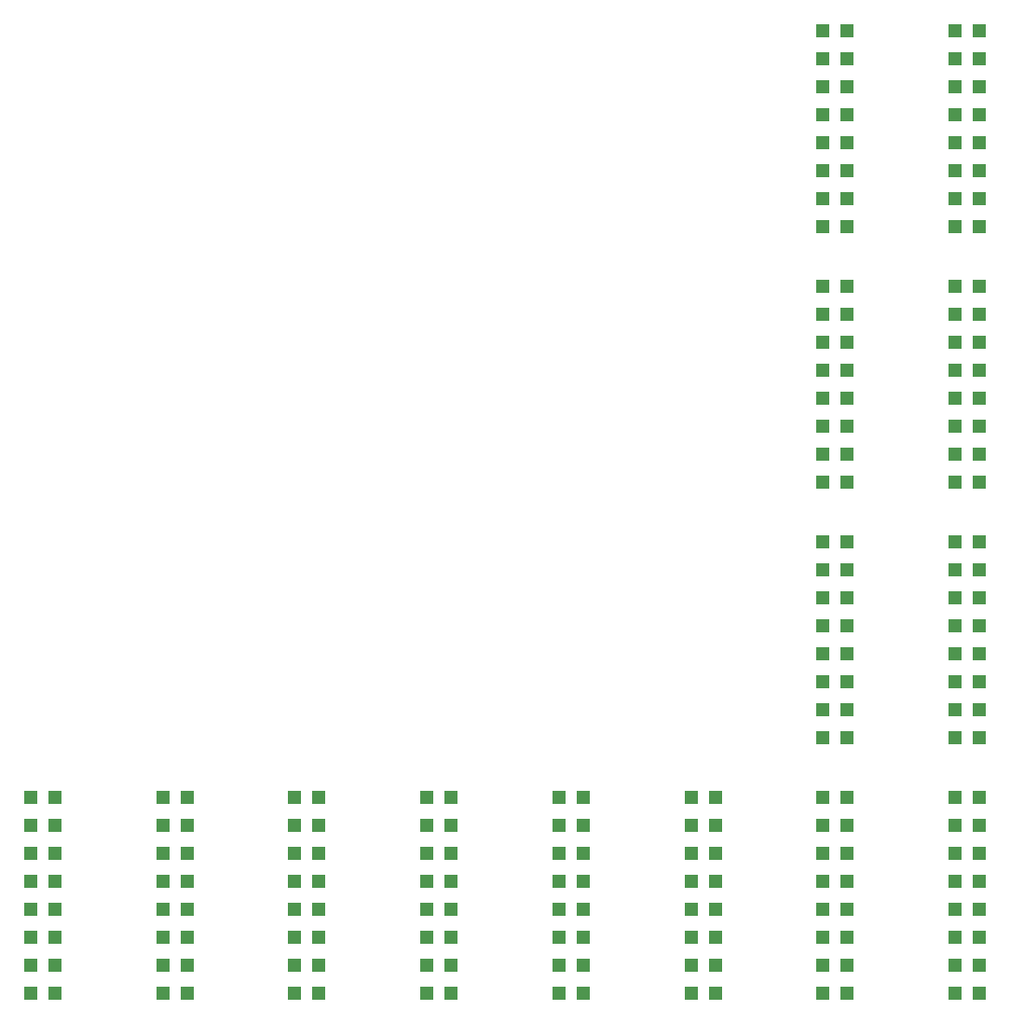
<source format=gtp>
%MOIN*%
%OFA0B0*%
%FSLAX46Y46*%
%IPPOS*%
%LPD*%
%ADD10C,0.0039370078740157488*%
%ADD21C,0.0039370078740157488*%
%ADD22R,0.047244094488188976X0.047244094488188976*%
%ADD23C,0.0039370078740157488*%
%ADD24R,0.047244094488188976X0.047244094488188976*%
%ADD25C,0.0039370078740157488*%
%ADD26R,0.047244094488188976X0.047244094488188976*%
%ADD27C,0.0039370078740157488*%
%ADD28R,0.047244094488188976X0.047244094488188976*%
%ADD29C,0.0039370078740157488*%
%ADD30R,0.047244094488188976X0.047244094488188976*%
%ADD31C,0.0039370078740157488*%
%ADD32R,0.047244094488188976X0.047244094488188976*%
%ADD33C,0.0039370078740157488*%
%ADD34R,0.047244094488188976X0.047244094488188976*%
%ADD35C,0.0039370078740157488*%
%ADD36R,0.047244094488188976X0.047244094488188976*%
%ADD37C,0.0039370078740157488*%
%ADD38R,0.047244094488188976X0.047244094488188976*%
%ADD39C,0.0039370078740157488*%
%ADD40R,0.047244094488188976X0.047244094488188976*%
%ADD41C,0.0039370078740157488*%
%ADD42R,0.047244094488188976X0.047244094488188976*%
%ADD43C,0.0039370078740157488*%
%ADD44R,0.047244094488188976X0.047244094488188976*%
%ADD45C,0.0039370078740157488*%
%ADD46R,0.047244094488188976X0.047244094488188976*%
%ADD47C,0.0039370078740157488*%
%ADD48R,0.047244094488188976X0.047244094488188976*%
G01G01*
D10*
G04 next file*
G04 Gerber Fmt 4.6, Leading zero omitted, Abs format (unit mm)*
G04 Created by KiCad (PCBNEW 4.0.7) date 11/19/17 13:36:03*
G01G01*
G04 APERTURE LIST*
G04 APERTURE END LIST*
D21*
D22*
X0002992125Y0000944881D02*
X0003271559Y0000138220D03*
X0003184944Y0000138220D03*
X0003271559Y0000238220D03*
X0003184944Y0000238220D03*
X0003271559Y0000338220D03*
X0003184944Y0000338220D03*
X0003271559Y0000438220D03*
X0003184944Y0000438220D03*
X0003271559Y0000538220D03*
X0003184944Y0000538220D03*
X0003271559Y0000638220D03*
X0003184944Y0000638220D03*
X0003271559Y0000738220D03*
X0003184944Y0000738220D03*
X0003271559Y0000838220D03*
X0003184944Y0000838220D03*
G04 next file*
G04 Gerber Fmt 4.6, Leading zero omitted, Abs format (unit mm)*
G04 Created by KiCad (PCBNEW 4.0.7) date 11/19/17 13:36:03*
G01G01*
G04 APERTURE LIST*
G04 APERTURE END LIST*
D23*
D24*
X0003464566Y0000944881D02*
X0003744000Y0000138220D03*
X0003657385Y0000138220D03*
X0003744000Y0000238220D03*
X0003657385Y0000238220D03*
X0003744000Y0000338220D03*
X0003657385Y0000338220D03*
X0003744000Y0000438220D03*
X0003657385Y0000438220D03*
X0003744000Y0000538220D03*
X0003657385Y0000538220D03*
X0003744000Y0000638220D03*
X0003657385Y0000638220D03*
X0003744000Y0000738220D03*
X0003657385Y0000738220D03*
X0003744000Y0000838220D03*
X0003657385Y0000838220D03*
G04 next file*
G04 Gerber Fmt 4.6, Leading zero omitted, Abs format (unit mm)*
G04 Created by KiCad (PCBNEW 4.0.7) date 11/19/17 13:36:03*
G01G01*
G04 APERTURE LIST*
G04 APERTURE END LIST*
D25*
D26*
X0002992125Y0001858267D02*
X0003271559Y0001051606D03*
X0003184944Y0001051606D03*
X0003271559Y0001151606D03*
X0003184944Y0001151606D03*
X0003271559Y0001251606D03*
X0003184944Y0001251606D03*
X0003271559Y0001351606D03*
X0003184944Y0001351606D03*
X0003271559Y0001451606D03*
X0003184944Y0001451606D03*
X0003271559Y0001551606D03*
X0003184944Y0001551606D03*
X0003271559Y0001651606D03*
X0003184944Y0001651606D03*
X0003271559Y0001751606D03*
X0003184944Y0001751606D03*
G04 next file*
G04 Gerber Fmt 4.6, Leading zero omitted, Abs format (unit mm)*
G04 Created by KiCad (PCBNEW 4.0.7) date 11/19/17 13:36:03*
G01G01*
G04 APERTURE LIST*
G04 APERTURE END LIST*
D27*
D28*
X0002519685Y0000944881D02*
X0002799118Y0000138220D03*
X0002712503Y0000138220D03*
X0002799118Y0000238220D03*
X0002712503Y0000238220D03*
X0002799118Y0000338220D03*
X0002712503Y0000338220D03*
X0002799118Y0000438220D03*
X0002712503Y0000438220D03*
X0002799118Y0000538220D03*
X0002712503Y0000538220D03*
X0002799118Y0000638220D03*
X0002712503Y0000638220D03*
X0002799118Y0000738220D03*
X0002712503Y0000738220D03*
X0002799118Y0000838220D03*
X0002712503Y0000838220D03*
G04 next file*
G04 Gerber Fmt 4.6, Leading zero omitted, Abs format (unit mm)*
G04 Created by KiCad (PCBNEW 4.0.7) date 11/19/17 13:36:03*
G01G01*
G04 APERTURE LIST*
G04 APERTURE END LIST*
D29*
D30*
X0002047244Y0000944881D02*
X0002326677Y0000138220D03*
X0002240062Y0000138220D03*
X0002326677Y0000238220D03*
X0002240062Y0000238220D03*
X0002326677Y0000338220D03*
X0002240062Y0000338220D03*
X0002326677Y0000438220D03*
X0002240062Y0000438220D03*
X0002326677Y0000538220D03*
X0002240062Y0000538220D03*
X0002326677Y0000638220D03*
X0002240062Y0000638220D03*
X0002326677Y0000738220D03*
X0002240062Y0000738220D03*
X0002326677Y0000838220D03*
X0002240062Y0000838220D03*
G04 next file*
G04 Gerber Fmt 4.6, Leading zero omitted, Abs format (unit mm)*
G04 Created by KiCad (PCBNEW 4.0.7) date 11/19/17 13:36:03*
G01G01*
G04 APERTURE LIST*
G04 APERTURE END LIST*
D31*
D32*
X0001574803Y0000944881D02*
X0001854236Y0000138220D03*
X0001767622Y0000138220D03*
X0001854236Y0000238220D03*
X0001767622Y0000238220D03*
X0001854236Y0000338220D03*
X0001767622Y0000338220D03*
X0001854236Y0000438220D03*
X0001767622Y0000438220D03*
X0001854236Y0000538220D03*
X0001767622Y0000538220D03*
X0001854236Y0000638220D03*
X0001767622Y0000638220D03*
X0001854236Y0000738220D03*
X0001767622Y0000738220D03*
X0001854236Y0000838220D03*
X0001767622Y0000838220D03*
G04 next file*
G04 Gerber Fmt 4.6, Leading zero omitted, Abs format (unit mm)*
G04 Created by KiCad (PCBNEW 4.0.7) date 11/19/17 13:36:03*
G01G01*
G04 APERTURE LIST*
G04 APERTURE END LIST*
D33*
D34*
X0001102362Y0000944881D02*
X0001381795Y0000138220D03*
X0001295181Y0000138220D03*
X0001381795Y0000238220D03*
X0001295181Y0000238220D03*
X0001381795Y0000338220D03*
X0001295181Y0000338220D03*
X0001381795Y0000438220D03*
X0001295181Y0000438220D03*
X0001381795Y0000538220D03*
X0001295181Y0000538220D03*
X0001381795Y0000638220D03*
X0001295181Y0000638220D03*
X0001381795Y0000738220D03*
X0001295181Y0000738220D03*
X0001381795Y0000838220D03*
X0001295181Y0000838220D03*
G04 next file*
G04 Gerber Fmt 4.6, Leading zero omitted, Abs format (unit mm)*
G04 Created by KiCad (PCBNEW 4.0.7) date 11/19/17 13:36:03*
G01G01*
G04 APERTURE LIST*
G04 APERTURE END LIST*
D35*
D36*
X0000629921Y0000944881D02*
X0000909354Y0000138220D03*
X0000822740Y0000138220D03*
X0000909354Y0000238220D03*
X0000822740Y0000238220D03*
X0000909354Y0000338220D03*
X0000822740Y0000338220D03*
X0000909354Y0000438220D03*
X0000822740Y0000438220D03*
X0000909354Y0000538220D03*
X0000822740Y0000538220D03*
X0000909354Y0000638220D03*
X0000822740Y0000638220D03*
X0000909354Y0000738220D03*
X0000822740Y0000738220D03*
X0000909354Y0000838220D03*
X0000822740Y0000838220D03*
G04 next file*
G04 Gerber Fmt 4.6, Leading zero omitted, Abs format (unit mm)*
G04 Created by KiCad (PCBNEW 4.0.7) date 11/19/17 13:36:03*
G01G01*
G04 APERTURE LIST*
G04 APERTURE END LIST*
D37*
D38*
X0000157480Y0000944881D02*
X0000436913Y0000138220D03*
X0000350299Y0000138220D03*
X0000436913Y0000238220D03*
X0000350299Y0000238220D03*
X0000436913Y0000338220D03*
X0000350299Y0000338220D03*
X0000436913Y0000438220D03*
X0000350299Y0000438220D03*
X0000436913Y0000538220D03*
X0000350299Y0000538220D03*
X0000436913Y0000638220D03*
X0000350299Y0000638220D03*
X0000436913Y0000738220D03*
X0000350299Y0000738220D03*
X0000436913Y0000838220D03*
X0000350299Y0000838220D03*
G04 next file*
G04 Gerber Fmt 4.6, Leading zero omitted, Abs format (unit mm)*
G04 Created by KiCad (PCBNEW 4.0.7) date 11/19/17 13:36:03*
G01G01*
G04 APERTURE LIST*
G04 APERTURE END LIST*
D39*
D40*
X0003464566Y0001858267D02*
X0003744000Y0001051606D03*
X0003657385Y0001051606D03*
X0003744000Y0001151606D03*
X0003657385Y0001151606D03*
X0003744000Y0001251606D03*
X0003657385Y0001251606D03*
X0003744000Y0001351606D03*
X0003657385Y0001351606D03*
X0003744000Y0001451606D03*
X0003657385Y0001451606D03*
X0003744000Y0001551606D03*
X0003657385Y0001551606D03*
X0003744000Y0001651606D03*
X0003657385Y0001651606D03*
X0003744000Y0001751606D03*
X0003657385Y0001751606D03*
G04 next file*
G04 Gerber Fmt 4.6, Leading zero omitted, Abs format (unit mm)*
G04 Created by KiCad (PCBNEW 4.0.7) date 11/19/17 13:36:03*
G01G01*
G04 APERTURE LIST*
G04 APERTURE END LIST*
D41*
D42*
X0002992125Y0002771653D02*
X0003271559Y0001964992D03*
X0003184944Y0001964992D03*
X0003271559Y0002064992D03*
X0003184944Y0002064992D03*
X0003271559Y0002164992D03*
X0003184944Y0002164992D03*
X0003271559Y0002264992D03*
X0003184944Y0002264992D03*
X0003271559Y0002364992D03*
X0003184944Y0002364992D03*
X0003271559Y0002464992D03*
X0003184944Y0002464992D03*
X0003271559Y0002564992D03*
X0003184944Y0002564992D03*
X0003271559Y0002664992D03*
X0003184944Y0002664992D03*
G04 next file*
G04 Gerber Fmt 4.6, Leading zero omitted, Abs format (unit mm)*
G04 Created by KiCad (PCBNEW 4.0.7) date 11/19/17 13:36:03*
G01G01*
G04 APERTURE LIST*
G04 APERTURE END LIST*
D43*
D44*
X0003464566Y0002771653D02*
X0003744000Y0001964992D03*
X0003657385Y0001964992D03*
X0003744000Y0002064992D03*
X0003657385Y0002064992D03*
X0003744000Y0002164992D03*
X0003657385Y0002164992D03*
X0003744000Y0002264992D03*
X0003657385Y0002264992D03*
X0003744000Y0002364992D03*
X0003657385Y0002364992D03*
X0003744000Y0002464992D03*
X0003657385Y0002464992D03*
X0003744000Y0002564992D03*
X0003657385Y0002564992D03*
X0003744000Y0002664992D03*
X0003657385Y0002664992D03*
G04 next file*
G04 Gerber Fmt 4.6, Leading zero omitted, Abs format (unit mm)*
G04 Created by KiCad (PCBNEW 4.0.7) date 11/19/17 13:36:03*
G01G01*
G04 APERTURE LIST*
G04 APERTURE END LIST*
D45*
D46*
X0002992125Y0003685039D02*
X0003271559Y0002878377D03*
X0003184944Y0002878377D03*
X0003271559Y0002978377D03*
X0003184944Y0002978377D03*
X0003271559Y0003078377D03*
X0003184944Y0003078377D03*
X0003271559Y0003178377D03*
X0003184944Y0003178377D03*
X0003271559Y0003278377D03*
X0003184944Y0003278377D03*
X0003271559Y0003378377D03*
X0003184944Y0003378377D03*
X0003271559Y0003478377D03*
X0003184944Y0003478377D03*
X0003271559Y0003578377D03*
X0003184944Y0003578377D03*
G04 next file*
G04 Gerber Fmt 4.6, Leading zero omitted, Abs format (unit mm)*
G04 Created by KiCad (PCBNEW 4.0.7) date 11/19/17 13:36:03*
G01G01*
G04 APERTURE LIST*
G04 APERTURE END LIST*
D47*
D48*
X0003464566Y0003685039D02*
X0003744000Y0002878377D03*
X0003657385Y0002878377D03*
X0003744000Y0002978377D03*
X0003657385Y0002978377D03*
X0003744000Y0003078377D03*
X0003657385Y0003078377D03*
X0003744000Y0003178377D03*
X0003657385Y0003178377D03*
X0003744000Y0003278377D03*
X0003657385Y0003278377D03*
X0003744000Y0003378377D03*
X0003657385Y0003378377D03*
X0003744000Y0003478377D03*
X0003657385Y0003478377D03*
X0003744000Y0003578377D03*
X0003657385Y0003578377D03*
M02*
</source>
